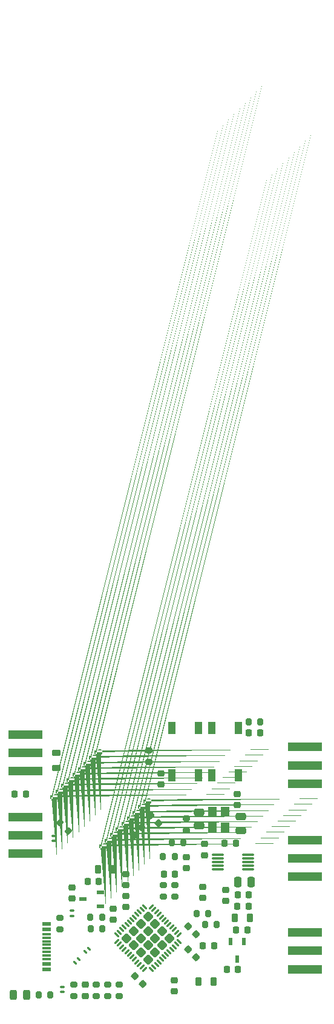
<source format=gbr>
%TF.GenerationSoftware,KiCad,Pcbnew,8.0.6*%
%TF.CreationDate,2024-11-09T22:42:30+08:00*%
%TF.ProjectId,usb_si5351_gpsdo,7573625f-7369-4353-9335-315f67707364,rev?*%
%TF.SameCoordinates,Original*%
%TF.FileFunction,Paste,Top*%
%TF.FilePolarity,Positive*%
%FSLAX46Y46*%
G04 Gerber Fmt 4.6, Leading zero omitted, Abs format (unit mm)*
G04 Created by KiCad (PCBNEW 8.0.6) date 2024-11-09 22:42:30*
%MOMM*%
%LPD*%
G01*
G04 APERTURE LIST*
G04 Aperture macros list*
%AMRoundRect*
0 Rectangle with rounded corners*
0 $1 Rounding radius*
0 $2 $3 $4 $5 $6 $7 $8 $9 X,Y pos of 4 corners*
0 Add a 4 corners polygon primitive as box body*
4,1,4,$2,$3,$4,$5,$6,$7,$8,$9,$2,$3,0*
0 Add four circle primitives for the rounded corners*
1,1,$1+$1,$2,$3*
1,1,$1+$1,$4,$5*
1,1,$1+$1,$6,$7*
1,1,$1+$1,$8,$9*
0 Add four rect primitives between the rounded corners*
20,1,$1+$1,$2,$3,$4,$5,0*
20,1,$1+$1,$4,$5,$6,$7,0*
20,1,$1+$1,$6,$7,$8,$9,0*
20,1,$1+$1,$8,$9,$2,$3,0*%
%AMFreePoly0*
4,1,119,0.522361,0.454721,0.531803,0.450001,0.570000,0.450000,0.585811,0.447435,0.608113,0.440000,0.620000,0.440000,0.635811,0.437434,0.665811,0.427434,0.672361,0.424721,0.712361,0.404721,0.725355,0.395355,0.739617,0.381093,0.752361,0.374721,0.765355,0.365355,0.779617,0.351093,0.792361,0.344721,0.805355,0.335355,0.845355,0.295355,0.854721,0.282360,0.861093,0.269617,
0.875355,0.255355,0.884721,0.242361,0.904721,0.202361,0.907434,0.195811,0.916310,0.169182,0.924721,0.152361,0.927434,0.145811,0.937434,0.115811,0.940000,0.100000,0.940000,0.068113,0.947434,0.045811,0.950000,0.030000,0.950000,-0.020001,0.947434,-0.035811,0.939999,-0.058113,0.940000,-0.090000,0.937434,-0.105811,0.927434,-0.135811,0.924721,-0.142361,0.916310,-0.159182,
0.907434,-0.185811,0.904721,-0.192361,0.884721,-0.232361,0.875355,-0.245355,0.861093,-0.259617,0.854721,-0.272361,0.845355,-0.285355,0.805355,-0.325355,0.792361,-0.334721,0.779617,-0.341093,0.765355,-0.355355,0.752361,-0.364721,0.739617,-0.371093,0.725355,-0.385356,0.712361,-0.394721,0.672361,-0.414721,0.665811,-0.417434,0.635811,-0.427434,0.620000,-0.430000,0.608113,-0.430000,
0.585810,-0.437434,0.570000,-0.440000,-0.580000,-0.440000,-0.602361,-0.434721,-0.611803,-0.430000,-0.630000,-0.430000,-0.652361,-0.424721,-0.712361,-0.394721,-0.717735,-0.391603,-0.745149,-0.373327,-0.762361,-0.364721,-0.775355,-0.355355,-0.789617,-0.341093,-0.802360,-0.334721,-0.824721,-0.312361,-0.831093,-0.299617,-0.865355,-0.265355,-0.874721,-0.252361,-0.904721,-0.192361,-0.907434,-0.185811,
-0.916310,-0.159182,-0.924721,-0.142361,-0.927434,-0.135811,-0.937434,-0.105811,-0.940000,-0.090000,-0.940000,-0.081803,-0.944722,-0.072361,-0.950000,-0.050000,-0.950000,0.060000,-0.944722,0.082361,-0.940000,0.091803,-0.940000,0.100000,-0.937434,0.115811,-0.927434,0.145811,-0.924721,0.152361,-0.916310,0.169182,-0.907434,0.195811,-0.904721,0.202361,-0.874721,0.262361,-0.865355,0.275355,
-0.831093,0.309617,-0.824721,0.322361,-0.802360,0.344721,-0.789617,0.351093,-0.775355,0.365355,-0.762361,0.374721,-0.745149,0.383327,-0.717735,0.401603,-0.712361,0.404721,-0.652361,0.434721,-0.630000,0.440000,-0.611803,0.440000,-0.602361,0.444721,-0.580000,0.450000,-0.538113,0.450000,-0.515811,0.457434,-0.500000,0.460001,0.500000,0.460001,0.522361,0.454721,0.522361,0.454721,
$1*%
G04 Aperture macros list end*
%ADD10RoundRect,0.200000X0.275000X-0.200000X0.275000X0.200000X-0.275000X0.200000X-0.275000X-0.200000X0*%
%ADD11RoundRect,0.225000X-0.225000X-0.250000X0.225000X-0.250000X0.225000X0.250000X-0.225000X0.250000X0*%
%ADD12RoundRect,0.225000X-0.335876X-0.017678X-0.017678X-0.335876X0.335876X0.017678X0.017678X0.335876X0*%
%ADD13RoundRect,0.218750X0.218750X0.381250X-0.218750X0.381250X-0.218750X-0.381250X0.218750X-0.381250X0*%
%ADD14RoundRect,0.225000X0.017678X-0.335876X0.335876X-0.017678X-0.017678X0.335876X-0.335876X0.017678X0*%
%ADD15RoundRect,0.250000X-0.250000X-0.475000X0.250000X-0.475000X0.250000X0.475000X-0.250000X0.475000X0*%
%ADD16RoundRect,0.218750X0.381250X-0.218750X0.381250X0.218750X-0.381250X0.218750X-0.381250X-0.218750X0*%
%ADD17R,1.200000X1.400000*%
%ADD18RoundRect,0.225000X0.250000X-0.225000X0.250000X0.225000X-0.250000X0.225000X-0.250000X-0.225000X0*%
%ADD19R,4.800000X1.200000*%
%ADD20RoundRect,0.075000X-0.225000X0.075000X-0.225000X-0.075000X0.225000X-0.075000X0.225000X0.075000X0*%
%ADD21RoundRect,0.200000X-0.275000X0.200000X-0.275000X-0.200000X0.275000X-0.200000X0.275000X0.200000X0*%
%ADD22R,1.150000X0.600000*%
%ADD23R,1.150000X0.300000*%
%ADD24RoundRect,0.225000X-0.250000X0.225000X-0.250000X-0.225000X0.250000X-0.225000X0.250000X0.225000X0*%
%ADD25FreePoly0,135.000000*%
%ADD26RoundRect,0.200000X0.200000X0.275000X-0.200000X0.275000X-0.200000X-0.275000X0.200000X-0.275000X0*%
%ADD27R,1.000000X1.700000*%
%ADD28RoundRect,0.250000X0.475000X-0.250000X0.475000X0.250000X-0.475000X0.250000X-0.475000X-0.250000X0*%
%ADD29RoundRect,0.218750X-0.218750X-0.256250X0.218750X-0.256250X0.218750X0.256250X-0.218750X0.256250X0*%
%ADD30R,0.600000X1.070000*%
%ADD31RoundRect,0.200000X-0.200000X-0.275000X0.200000X-0.275000X0.200000X0.275000X-0.200000X0.275000X0*%
%ADD32RoundRect,0.225000X0.225000X0.250000X-0.225000X0.250000X-0.225000X-0.250000X0.225000X-0.250000X0*%
%ADD33RoundRect,0.075000X-0.106066X0.212132X-0.212132X0.106066X0.106066X-0.212132X0.212132X-0.106066X0*%
%ADD34RoundRect,0.200000X-0.335876X-0.053033X-0.053033X-0.335876X0.335876X0.053033X0.053033X0.335876X0*%
%ADD35RoundRect,0.075000X0.106066X-0.212132X0.212132X-0.106066X-0.106066X0.212132X-0.212132X0.106066X0*%
%ADD36RoundRect,0.250000X0.000000X0.445477X-0.445477X0.000000X0.000000X-0.445477X0.445477X0.000000X0*%
%ADD37RoundRect,0.062500X0.220971X0.309359X-0.309359X-0.220971X-0.220971X-0.309359X0.309359X0.220971X0*%
%ADD38RoundRect,0.062500X-0.220971X0.309359X-0.309359X0.220971X0.220971X-0.309359X0.309359X-0.220971X0*%
%ADD39RoundRect,0.087500X-0.725000X-0.087500X0.725000X-0.087500X0.725000X0.087500X-0.725000X0.087500X0*%
%ADD40R,1.070000X0.600000*%
%ADD41RoundRect,0.243750X-0.243750X-0.456250X0.243750X-0.456250X0.243750X0.456250X-0.243750X0.456250X0*%
%ADD42RoundRect,0.250000X-0.475000X0.250000X-0.475000X-0.250000X0.475000X-0.250000X0.475000X0.250000X0*%
G04 APERTURE END LIST*
D10*
%TO.C,R17*%
X156075000Y-120225000D03*
X156075000Y-118575000D03*
%TD*%
D11*
%TO.C,C27*%
X167800000Y-113200000D03*
X169350000Y-113200000D03*
%TD*%
D12*
%TO.C,C9*%
X165701992Y-110451992D03*
X166798008Y-111548008D03*
%TD*%
D13*
%TO.C,FB3*%
X169325000Y-118200000D03*
X167200000Y-118200000D03*
%TD*%
D14*
%TO.C,C12*%
X158151992Y-97748008D03*
X159248008Y-96651992D03*
%TD*%
D15*
%TO.C,C23*%
X172650000Y-104300000D03*
X174550000Y-104300000D03*
%TD*%
D16*
%TO.C,L1*%
X147250000Y-88362500D03*
X147250000Y-86237500D03*
%TD*%
D11*
%TO.C,C15*%
X170850000Y-98900000D03*
X172400000Y-98900000D03*
%TD*%
D10*
%TO.C,R7*%
X162300000Y-106325000D03*
X162300000Y-104675000D03*
%TD*%
D17*
%TO.C,X1*%
X169120000Y-94500000D03*
X169120000Y-96700000D03*
X170880000Y-96700000D03*
X170880000Y-94500000D03*
%TD*%
D18*
%TO.C,C8*%
X157000000Y-107775000D03*
X157000000Y-106225000D03*
%TD*%
D19*
%TO.C,J8*%
X142912500Y-97800000D03*
X142912500Y-100350000D03*
X142912500Y-95250000D03*
%TD*%
D18*
%TO.C,C3*%
X149500000Y-106600000D03*
X149500000Y-105050000D03*
%TD*%
D10*
%TO.C,R18*%
X163850000Y-106325000D03*
X163850000Y-104675000D03*
%TD*%
D20*
%TO.C,D3*%
X149500000Y-108300000D03*
X149500000Y-109000000D03*
%TD*%
D18*
%TO.C,C6*%
X157000000Y-104750000D03*
X157000000Y-103200000D03*
%TD*%
D21*
%TO.C,R13*%
X152900000Y-118575000D03*
X152900000Y-120225000D03*
%TD*%
D12*
%TO.C,C10*%
X165701992Y-113701992D03*
X166798008Y-114798008D03*
%TD*%
D10*
%TO.C,R10*%
X165500000Y-97075000D03*
X165500000Y-95425000D03*
%TD*%
D22*
%TO.C,J5*%
X145955000Y-110100000D03*
X145955000Y-110900000D03*
D23*
X145955000Y-112050000D03*
X145955000Y-113050000D03*
X145955000Y-113550000D03*
X145955000Y-111550000D03*
D22*
X145955000Y-116500000D03*
X145955000Y-115700000D03*
D23*
X145955000Y-115050000D03*
X145955000Y-114050000D03*
X145955000Y-112550000D03*
X145955000Y-114550000D03*
%TD*%
D11*
%TO.C,C28*%
X172650000Y-106093333D03*
X174200000Y-106093333D03*
%TD*%
%TO.C,C14*%
X172450000Y-111000000D03*
X174000000Y-111000000D03*
%TD*%
D24*
%TO.C,C21*%
X165500000Y-100825000D03*
X165500000Y-102375000D03*
%TD*%
D10*
%TO.C,R2*%
X149700000Y-120225000D03*
X149700000Y-118575000D03*
%TD*%
D25*
%TO.C,CN1*%
X153442031Y-99275841D03*
X154219849Y-98498023D03*
X154997666Y-97720206D03*
X155775483Y-96942388D03*
X156553301Y-96164571D03*
X157331118Y-95386753D03*
X158108936Y-94608936D03*
X158886753Y-93831119D03*
X159664571Y-93053301D03*
X152805635Y-86194365D03*
X152027817Y-86972183D03*
X151250000Y-87750000D03*
X150472183Y-88527818D03*
X149694365Y-89305635D03*
X148916548Y-90083453D03*
X148138730Y-90861270D03*
X147360913Y-91639087D03*
X146583095Y-92416905D03*
%TD*%
D26*
%TO.C,R6*%
X169725000Y-110200000D03*
X168075000Y-110200000D03*
%TD*%
D19*
%TO.C,J2*%
X182087500Y-88000000D03*
X182087500Y-85450000D03*
X182087500Y-90550000D03*
%TD*%
D10*
%TO.C,R14*%
X154500000Y-120225000D03*
X154500000Y-118575000D03*
%TD*%
D27*
%TO.C,SW2*%
X172750000Y-82800000D03*
X172750000Y-89400000D03*
X169050000Y-82800000D03*
X169050000Y-89400000D03*
%TD*%
D28*
%TO.C,C24*%
X173071306Y-97079884D03*
X173071306Y-95179884D03*
%TD*%
D29*
%TO.C,D7*%
X141425000Y-92000000D03*
X143000000Y-92000000D03*
%TD*%
D30*
%TO.C,U4*%
X173550000Y-112560000D03*
X171650000Y-112560000D03*
X172600000Y-115040000D03*
%TD*%
D31*
%TO.C,R4*%
X174175000Y-81899000D03*
X175825000Y-81899000D03*
%TD*%
D24*
%TO.C,C29*%
X171000000Y-105400000D03*
X171000000Y-106950000D03*
%TD*%
D32*
%TO.C,C5*%
X153200000Y-104200000D03*
X151650000Y-104200000D03*
%TD*%
D24*
%TO.C,C2*%
X151300000Y-118625000D03*
X151300000Y-120175000D03*
%TD*%
%TO.C,C25*%
X161900000Y-89125000D03*
X161900000Y-90675000D03*
%TD*%
D19*
%TO.C,J1*%
X142912500Y-86250000D03*
X142912500Y-88800000D03*
X142912500Y-83700000D03*
%TD*%
D12*
%TO.C,C13*%
X160500000Y-95000000D03*
X161596016Y-96096016D03*
%TD*%
D13*
%TO.C,FB2*%
X174356867Y-109300000D03*
X172231867Y-109300000D03*
%TD*%
D11*
%TO.C,C26*%
X174225000Y-83500000D03*
X175775000Y-83500000D03*
%TD*%
D21*
%TO.C,R1*%
X147800000Y-109275000D03*
X147800000Y-110925000D03*
%TD*%
D11*
%TO.C,C16*%
X172625000Y-107636666D03*
X174175000Y-107636666D03*
%TD*%
D31*
%TO.C,R12*%
X152075000Y-110800000D03*
X153725000Y-110800000D03*
%TD*%
D24*
%TO.C,C17*%
X172600000Y-92025000D03*
X172600000Y-93575000D03*
%TD*%
D18*
%TO.C,C7*%
X155250000Y-109525000D03*
X155250000Y-107975000D03*
%TD*%
D31*
%TO.C,R11*%
X152050000Y-109200000D03*
X153700000Y-109200000D03*
%TD*%
D18*
%TO.C,C19*%
X167750000Y-106525000D03*
X167750000Y-104975000D03*
%TD*%
D12*
%TO.C,C11*%
X158251992Y-117451992D03*
X159348008Y-118548008D03*
%TD*%
D20*
%TO.C,D4*%
X148100000Y-118950000D03*
X148100000Y-119650000D03*
%TD*%
D33*
%TO.C,D1*%
X150364644Y-115035356D03*
X149869670Y-115530330D03*
%TD*%
D19*
%TO.C,J4*%
X182087500Y-113900000D03*
X182087500Y-111350000D03*
X182087500Y-116450000D03*
%TD*%
D21*
%TO.C,R3*%
X160200000Y-85900000D03*
X160200000Y-87550000D03*
%TD*%
D20*
%TO.C,D5*%
X146900000Y-97850000D03*
X146900000Y-98550000D03*
%TD*%
D11*
%TO.C,C20*%
X162325000Y-103200000D03*
X163875000Y-103200000D03*
%TD*%
D34*
%TO.C,R16*%
X147816637Y-96016637D03*
X148983363Y-97183363D03*
%TD*%
D32*
%TO.C,C4*%
X172700000Y-116500000D03*
X171150000Y-116500000D03*
%TD*%
D31*
%TO.C,R8*%
X162175000Y-100750000D03*
X163825000Y-100750000D03*
%TD*%
D35*
%TO.C,D2*%
X151352513Y-114064644D03*
X151847487Y-113569670D03*
%TD*%
D19*
%TO.C,J3*%
X182087500Y-101000000D03*
X182087500Y-98450000D03*
X182087500Y-103550000D03*
%TD*%
D36*
%TO.C,U1*%
X163069499Y-112125223D03*
X162079550Y-111135274D03*
X161089600Y-110145324D03*
X160099651Y-109155375D03*
X162079550Y-113115172D03*
X161089600Y-112125223D03*
X160099651Y-111135274D03*
X159109702Y-110145324D03*
X161089600Y-114105122D03*
X160099651Y-113115172D03*
X159109702Y-112125223D03*
X158119752Y-111135274D03*
X160099651Y-115095071D03*
X159109702Y-114105122D03*
X158119752Y-113115172D03*
X157129803Y-112125223D03*
D37*
X164474874Y-111639087D03*
X164121321Y-111285534D03*
X163767767Y-110931980D03*
X163414214Y-110578427D03*
X163060661Y-110224874D03*
X162707107Y-109871320D03*
X162353554Y-109517767D03*
X162000000Y-109164213D03*
X161646447Y-108810660D03*
X161292894Y-108457107D03*
X160939340Y-108103553D03*
X160585787Y-107750000D03*
D38*
X159613515Y-107750000D03*
X159259962Y-108103553D03*
X158906408Y-108457107D03*
X158552855Y-108810660D03*
X158199302Y-109164213D03*
X157845748Y-109517767D03*
X157492195Y-109871320D03*
X157138641Y-110224874D03*
X156785088Y-110578427D03*
X156431535Y-110931980D03*
X156077981Y-111285534D03*
X155724428Y-111639087D03*
D37*
X155724428Y-112611359D03*
X156077981Y-112964912D03*
X156431535Y-113318466D03*
X156785088Y-113672019D03*
X157138641Y-114025572D03*
X157492195Y-114379126D03*
X157845748Y-114732679D03*
X158199302Y-115086233D03*
X158552855Y-115439786D03*
X158906408Y-115793339D03*
X159259962Y-116146893D03*
X159613515Y-116500446D03*
D38*
X160585787Y-116500446D03*
X160939340Y-116146893D03*
X161292894Y-115793339D03*
X161646447Y-115439786D03*
X162000000Y-115086233D03*
X162353554Y-114732679D03*
X162707107Y-114379126D03*
X163060661Y-114025572D03*
X163414214Y-113672019D03*
X163767767Y-113318466D03*
X164121321Y-112964912D03*
X164474874Y-112611359D03*
%TD*%
D39*
%TO.C,U2*%
X169887500Y-100500000D03*
X169887500Y-101000000D03*
X169887500Y-101500000D03*
X169887500Y-102000000D03*
X169887500Y-102500000D03*
X174112500Y-102500000D03*
X174112500Y-102000000D03*
X174112500Y-101500000D03*
X174112500Y-101000000D03*
X174112500Y-100500000D03*
%TD*%
D31*
%TO.C,R15*%
X144775000Y-120000000D03*
X146425000Y-120000000D03*
%TD*%
D40*
%TO.C,U3*%
X153490000Y-107650000D03*
X153490000Y-105750000D03*
X151010000Y-106700000D03*
%TD*%
D27*
%TO.C,SW1*%
X163450000Y-89400000D03*
X163450000Y-82800000D03*
X167150000Y-89400000D03*
X167150000Y-82800000D03*
%TD*%
D18*
%TO.C,C1*%
X163750000Y-119525000D03*
X163750000Y-117975000D03*
%TD*%
D31*
%TO.C,R9*%
X163425000Y-98750000D03*
X165075000Y-98750000D03*
%TD*%
D13*
%TO.C,FB1*%
X155262500Y-102500000D03*
X153137500Y-102500000D03*
%TD*%
D41*
%TO.C,D6*%
X141275000Y-120000000D03*
X143150000Y-120000000D03*
%TD*%
D26*
%TO.C,R5*%
X168525000Y-108700000D03*
X166875000Y-108700000D03*
%TD*%
D42*
%TO.C,C22*%
X167250000Y-94550000D03*
X167250000Y-96450000D03*
%TD*%
D24*
%TO.C,C18*%
X168000000Y-98975000D03*
X168000000Y-100525000D03*
%TD*%
M02*

</source>
